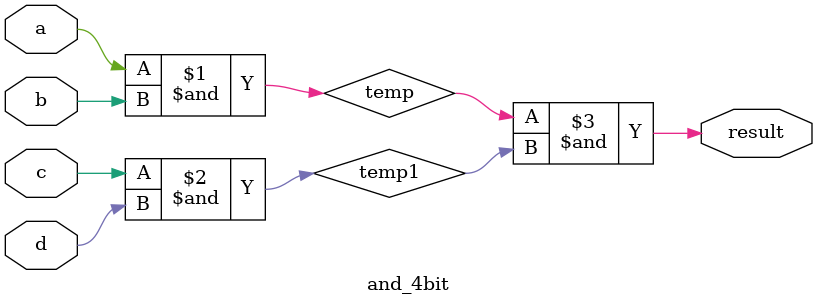
<source format=v>
module and_4bit(
output result,
input a,b,c,d);
and and1(temp,a,b);
and and2(temp1,c,d);
and and3(result,temp,temp1);
endmodule 
</source>
